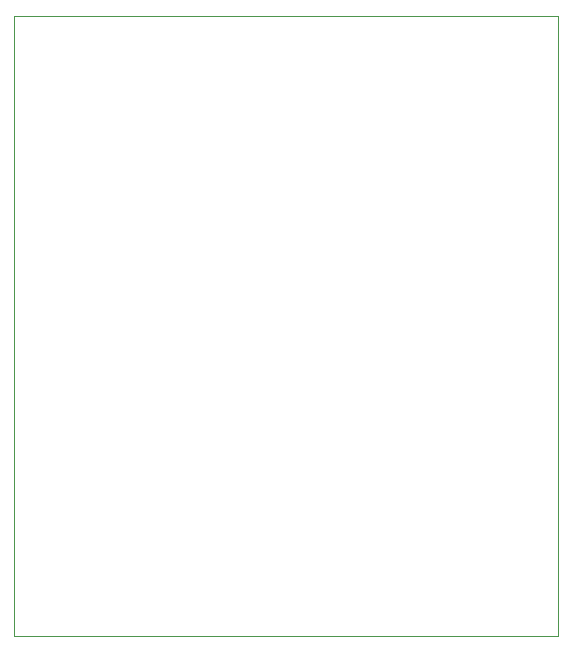
<source format=gbr>
%TF.GenerationSoftware,KiCad,Pcbnew,8.0.8*%
%TF.CreationDate,2025-04-30T14:04:23+02:00*%
%TF.ProjectId,Roboterhand,526f626f-7465-4726-9861-6e642e6b6963,rev?*%
%TF.SameCoordinates,Original*%
%TF.FileFunction,Profile,NP*%
%FSLAX46Y46*%
G04 Gerber Fmt 4.6, Leading zero omitted, Abs format (unit mm)*
G04 Created by KiCad (PCBNEW 8.0.8) date 2025-04-30 14:04:23*
%MOMM*%
%LPD*%
G01*
G04 APERTURE LIST*
%TA.AperFunction,Profile*%
%ADD10C,0.100000*%
%TD*%
G04 APERTURE END LIST*
D10*
X127000000Y-66000000D02*
X173000000Y-66000000D01*
X173000000Y-118500000D01*
X127000000Y-118500000D01*
X127000000Y-66000000D01*
M02*

</source>
